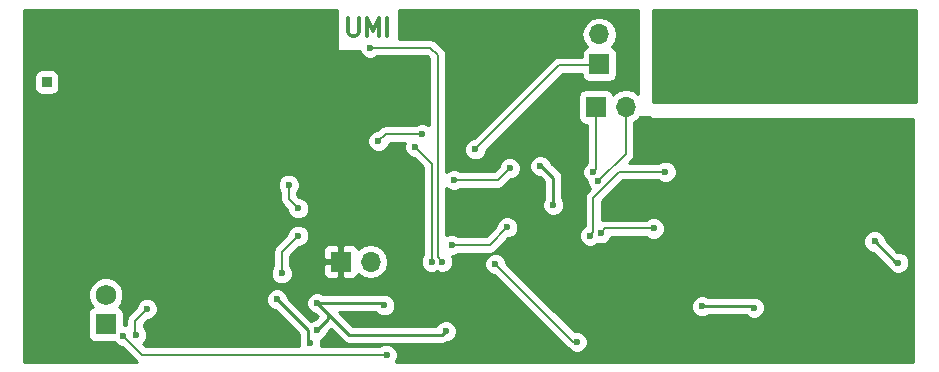
<source format=gbr>
G04 #@! TF.FileFunction,Copper,L2,Bot,Signal*
%FSLAX46Y46*%
G04 Gerber Fmt 4.6, Leading zero omitted, Abs format (unit mm)*
G04 Created by KiCad (PCBNEW 4.0.7) date 01/02/18 22:23:31*
%MOMM*%
%LPD*%
G01*
G04 APERTURE LIST*
%ADD10C,0.100000*%
%ADD11C,0.300000*%
%ADD12R,1.750000X1.750000*%
%ADD13C,1.750000*%
%ADD14R,1.700000X1.700000*%
%ADD15O,1.700000X1.700000*%
%ADD16R,0.850000X0.850000*%
%ADD17C,0.600000*%
%ADD18C,0.400000*%
%ADD19C,0.203200*%
%ADD20C,0.101600*%
%ADD21C,0.152400*%
%ADD22C,0.254000*%
G04 APERTURE END LIST*
D10*
D11*
X140142857Y-95778571D02*
X140142857Y-94278571D01*
X139428571Y-95778571D02*
X139428571Y-94278571D01*
X138928571Y-95350000D01*
X138428571Y-94278571D01*
X138428571Y-95778571D01*
X137714285Y-94278571D02*
X137714285Y-95492857D01*
X137642857Y-95635714D01*
X137571428Y-95707143D01*
X137428571Y-95778571D01*
X137142857Y-95778571D01*
X136999999Y-95707143D01*
X136928571Y-95635714D01*
X136857142Y-95492857D01*
X136857142Y-94278571D01*
D12*
X116300000Y-120200000D03*
D13*
X116300000Y-117700000D03*
D14*
X157800000Y-101800000D03*
D15*
X160340000Y-101800000D03*
D14*
X158100000Y-98200000D03*
D15*
X158100000Y-95660000D03*
D14*
X136200000Y-114900000D03*
D15*
X138740000Y-114900000D03*
D16*
X111300000Y-99700000D03*
D17*
X131200000Y-115900000D03*
X132600000Y-112700000D03*
X145600000Y-113500000D03*
X150300000Y-112000000D03*
D18*
X182500000Y-100000000D03*
X184000000Y-100000000D03*
X183250000Y-100000000D03*
X184250000Y-97250000D03*
X183250000Y-97250000D03*
X175500000Y-101250000D03*
X175500000Y-100250000D03*
X175500000Y-99250000D03*
X175500000Y-98250000D03*
X175500000Y-97500000D03*
X175500000Y-96750000D03*
X175500000Y-96000000D03*
X175500000Y-95250000D03*
X184000000Y-94000000D03*
X183000000Y-94000000D03*
X182000000Y-94000000D03*
X181000000Y-94000000D03*
X180000000Y-94000000D03*
X179000000Y-94000000D03*
X178000000Y-94000000D03*
X177000000Y-94000000D03*
X176000000Y-94000000D03*
X175000000Y-94000000D03*
X174000000Y-94000000D03*
X173000000Y-94000000D03*
X172000000Y-94000000D03*
X171000000Y-94000000D03*
X170000000Y-94000000D03*
X169000000Y-94000000D03*
X168000000Y-94000000D03*
X167000000Y-94000000D03*
X166000000Y-94000000D03*
X165000000Y-94000000D03*
X164000000Y-94000000D03*
D17*
X183400000Y-115000000D03*
X181400000Y-113200000D03*
X166800000Y-118700000D03*
X171200000Y-118800000D03*
X139900000Y-118600000D03*
X145100000Y-120800000D03*
X134200000Y-120700000D03*
X134200000Y-118400000D03*
X153100000Y-106800000D03*
X154200000Y-110100000D03*
X140100000Y-122800000D03*
X117800000Y-121200000D03*
X133600000Y-121800000D03*
X130800000Y-118100000D03*
D18*
X110500000Y-108400000D03*
X144500000Y-96100000D03*
D17*
X118700000Y-107800000D03*
X133500000Y-102600000D03*
X134100000Y-114500000D03*
X158700000Y-115200000D03*
X161100000Y-115800000D03*
X153200000Y-109700000D03*
X155600000Y-113300000D03*
X138400000Y-103100000D03*
X141600000Y-100900000D03*
X166400000Y-113300000D03*
X179800000Y-114100000D03*
X143100000Y-104100000D03*
X139400000Y-104700000D03*
X131800000Y-108400000D03*
X132600000Y-110400000D03*
X156200000Y-121700000D03*
X149300000Y-115100000D03*
X138700000Y-96800000D03*
X144800000Y-114900000D03*
X143900000Y-114900000D03*
X142500000Y-105200000D03*
X162700000Y-112100000D03*
X158200000Y-112500000D03*
X158000000Y-108100000D03*
X157600000Y-107300000D03*
X163700000Y-107300000D03*
X157300000Y-112700000D03*
X145800000Y-108000000D03*
X150500000Y-107000000D03*
X119800000Y-118900000D03*
X118900000Y-121100000D03*
X147600000Y-105400000D03*
D19*
X131200000Y-114100000D02*
X131200000Y-115900000D01*
X132600000Y-112700000D02*
X131200000Y-114100000D01*
X148800000Y-113500000D02*
X145600000Y-113500000D01*
X150300000Y-112000000D02*
X148800000Y-113500000D01*
D20*
X183250000Y-100000000D02*
X184000000Y-100000000D01*
X183250000Y-97250000D02*
X184250000Y-97250000D01*
X175500000Y-100250000D02*
X175500000Y-101250000D01*
X175500000Y-98250000D02*
X175500000Y-99250000D01*
X175500000Y-96750000D02*
X175500000Y-97500000D01*
X175500000Y-95250000D02*
X175500000Y-96000000D01*
X182000000Y-94000000D02*
X183000000Y-94000000D01*
X180000000Y-94000000D02*
X181000000Y-94000000D01*
X178000000Y-94000000D02*
X179000000Y-94000000D01*
X176000000Y-94000000D02*
X177000000Y-94000000D01*
X174000000Y-94000000D02*
X175000000Y-94000000D01*
X172000000Y-94000000D02*
X173000000Y-94000000D01*
X170000000Y-94000000D02*
X171000000Y-94000000D01*
X168000000Y-94000000D02*
X169000000Y-94000000D01*
X166000000Y-94000000D02*
X167000000Y-94000000D01*
X164000000Y-94000000D02*
X165000000Y-94000000D01*
D21*
X183200000Y-115000000D02*
X183400000Y-115000000D01*
D22*
X181400000Y-113200000D02*
X183200000Y-115000000D01*
X171100000Y-118700000D02*
X166800000Y-118700000D01*
X171200000Y-118800000D02*
X171100000Y-118700000D01*
X139700000Y-118400000D02*
X134200000Y-118400000D01*
X139900000Y-118600000D02*
X139700000Y-118400000D01*
X145100000Y-120800000D02*
X144800000Y-121100000D01*
X144800000Y-121100000D02*
X136900000Y-121100000D01*
X136900000Y-121100000D02*
X134200000Y-118400000D01*
D19*
X135100000Y-119300000D02*
X134200000Y-118400000D01*
D22*
X135100000Y-119800000D02*
X135100000Y-119300000D01*
X134200000Y-120700000D02*
X135100000Y-119800000D01*
D19*
X153200000Y-106800000D02*
X153100000Y-106800000D01*
D22*
X154200000Y-107800000D02*
X153200000Y-106800000D01*
X154200000Y-110100000D02*
X154200000Y-107800000D01*
D19*
X119400000Y-122800000D02*
X140100000Y-122800000D01*
X117800000Y-121200000D02*
X119400000Y-122800000D01*
X133400000Y-121600000D02*
X133600000Y-121800000D01*
D22*
X133400000Y-120700000D02*
X133400000Y-121600000D01*
X130800000Y-118100000D02*
X133400000Y-120700000D01*
X133500000Y-102600000D02*
X123800000Y-102600000D01*
X118700000Y-107700000D02*
X118700000Y-107800000D01*
X123800000Y-102600000D02*
X118700000Y-107700000D01*
X133500000Y-113900000D02*
X133500000Y-102600000D01*
X134100000Y-114500000D02*
X133500000Y-113900000D01*
D19*
X160500000Y-115200000D02*
X158700000Y-115200000D01*
X161100000Y-115800000D02*
X160500000Y-115200000D01*
X153200000Y-109700000D02*
X153200000Y-109700000D01*
D22*
X153200000Y-110900000D02*
X153200000Y-109700000D01*
X155600000Y-113300000D02*
X153200000Y-110900000D01*
D19*
X141600000Y-100900000D02*
X139400000Y-103100000D01*
X139400000Y-103100000D02*
X138400000Y-103100000D01*
X179000000Y-113300000D02*
X166400000Y-113300000D01*
X179800000Y-114100000D02*
X179000000Y-113300000D01*
X140000000Y-104100000D02*
X143100000Y-104100000D01*
X139400000Y-104700000D02*
X140000000Y-104100000D01*
X131800000Y-109600000D02*
X131800000Y-108400000D01*
X132600000Y-110400000D02*
X131800000Y-109600000D01*
X155900000Y-121700000D02*
X156200000Y-121700000D01*
X149300000Y-115100000D02*
X155900000Y-121700000D01*
X143800000Y-96800000D02*
X138700000Y-96800000D01*
X144400000Y-97400000D02*
X143800000Y-96800000D01*
X144400000Y-114500000D02*
X144400000Y-97400000D01*
X144800000Y-114900000D02*
X144400000Y-114500000D01*
X143900000Y-106600000D02*
X143900000Y-114900000D01*
X142500000Y-105200000D02*
X143900000Y-106600000D01*
X158600000Y-112100000D02*
X162700000Y-112100000D01*
D21*
X158200000Y-112500000D02*
X158600000Y-112100000D01*
D19*
X160340000Y-105760000D02*
X160340000Y-101800000D01*
X158000000Y-108100000D02*
X160340000Y-105760000D01*
X157800000Y-107100000D02*
X157800000Y-101800000D01*
X157600000Y-107300000D02*
X157800000Y-107100000D01*
X159800000Y-107300000D02*
X163700000Y-107300000D01*
X157600000Y-109500000D02*
X159800000Y-107300000D01*
X157600000Y-112400000D02*
X157600000Y-109500000D01*
D21*
X157300000Y-112700000D02*
X157600000Y-112400000D01*
D19*
X146224264Y-108000000D02*
X145800000Y-108000000D01*
X149500000Y-108000000D02*
X146224264Y-108000000D01*
X150500000Y-107000000D02*
X149500000Y-108000000D01*
X118800000Y-119900000D02*
X119800000Y-118900000D01*
X118800000Y-121000000D02*
X118800000Y-119900000D01*
X118900000Y-121100000D02*
X118800000Y-121000000D01*
X147600000Y-105400000D02*
X154700000Y-98300000D01*
X154700000Y-98300000D02*
X157900000Y-98300000D01*
D22*
G36*
X184873000Y-101373000D02*
X162627000Y-101373000D01*
X162627000Y-93627000D01*
X184873000Y-93627000D01*
X184873000Y-101373000D01*
X184873000Y-101373000D01*
G37*
X184873000Y-101373000D02*
X162627000Y-101373000D01*
X162627000Y-93627000D01*
X184873000Y-93627000D01*
X184873000Y-101373000D01*
G36*
X135865000Y-97085000D02*
X137806088Y-97085000D01*
X137906883Y-97328943D01*
X138169673Y-97592192D01*
X138513201Y-97734838D01*
X138885167Y-97735162D01*
X139228943Y-97593117D01*
X139285559Y-97536600D01*
X143494890Y-97536600D01*
X143663400Y-97705110D01*
X143663400Y-103340939D01*
X143630327Y-103307808D01*
X143286799Y-103165162D01*
X142914833Y-103164838D01*
X142571057Y-103306883D01*
X142514441Y-103363400D01*
X140000000Y-103363400D01*
X139718115Y-103419470D01*
X139479145Y-103579145D01*
X139293384Y-103764906D01*
X139214833Y-103764838D01*
X138871057Y-103906883D01*
X138607808Y-104169673D01*
X138465162Y-104513201D01*
X138464838Y-104885167D01*
X138606883Y-105228943D01*
X138869673Y-105492192D01*
X139213201Y-105634838D01*
X139585167Y-105635162D01*
X139928943Y-105493117D01*
X140192192Y-105230327D01*
X140334838Y-104886799D01*
X140334882Y-104836600D01*
X141638494Y-104836600D01*
X141565162Y-105013201D01*
X141564838Y-105385167D01*
X141706883Y-105728943D01*
X141969673Y-105992192D01*
X142313201Y-106134838D01*
X142393198Y-106134908D01*
X143163400Y-106905110D01*
X143163400Y-114314178D01*
X143107808Y-114369673D01*
X142965162Y-114713201D01*
X142964838Y-115085167D01*
X143106883Y-115428943D01*
X143369673Y-115692192D01*
X143713201Y-115834838D01*
X144085167Y-115835162D01*
X144350228Y-115725641D01*
X144613201Y-115834838D01*
X144985167Y-115835162D01*
X145328943Y-115693117D01*
X145592192Y-115430327D01*
X145734838Y-115086799D01*
X145735162Y-114714833D01*
X145619545Y-114435018D01*
X145785167Y-114435162D01*
X146128943Y-114293117D01*
X146185559Y-114236600D01*
X148800000Y-114236600D01*
X149072186Y-114182459D01*
X148771057Y-114306883D01*
X148507808Y-114569673D01*
X148365162Y-114913201D01*
X148364838Y-115285167D01*
X148506883Y-115628943D01*
X148769673Y-115892192D01*
X149113201Y-116034838D01*
X149193198Y-116034908D01*
X155379145Y-122220855D01*
X155438199Y-122260314D01*
X155669673Y-122492192D01*
X156013201Y-122634838D01*
X156385167Y-122635162D01*
X156728943Y-122493117D01*
X156992192Y-122230327D01*
X157134838Y-121886799D01*
X157135162Y-121514833D01*
X156993117Y-121171057D01*
X156730327Y-120907808D01*
X156386799Y-120765162D01*
X156014833Y-120764838D01*
X156008970Y-120767260D01*
X154126877Y-118885167D01*
X165864838Y-118885167D01*
X166006883Y-119228943D01*
X166269673Y-119492192D01*
X166613201Y-119634838D01*
X166985167Y-119635162D01*
X167328943Y-119493117D01*
X167360114Y-119462000D01*
X170539708Y-119462000D01*
X170669673Y-119592192D01*
X171013201Y-119734838D01*
X171385167Y-119735162D01*
X171728943Y-119593117D01*
X171992192Y-119330327D01*
X172134838Y-118986799D01*
X172135162Y-118614833D01*
X171993117Y-118271057D01*
X171730327Y-118007808D01*
X171386799Y-117865162D01*
X171014833Y-117864838D01*
X170837767Y-117938000D01*
X167360466Y-117938000D01*
X167330327Y-117907808D01*
X166986799Y-117765162D01*
X166614833Y-117764838D01*
X166271057Y-117906883D01*
X166007808Y-118169673D01*
X165865162Y-118513201D01*
X165864838Y-118885167D01*
X154126877Y-118885167D01*
X150235094Y-114993384D01*
X150235162Y-114914833D01*
X150093117Y-114571057D01*
X149830327Y-114307808D01*
X149486799Y-114165162D01*
X149114833Y-114164838D01*
X149090035Y-114175084D01*
X149320855Y-114020855D01*
X150406616Y-112935094D01*
X150485167Y-112935162D01*
X150828943Y-112793117D01*
X151092192Y-112530327D01*
X151234838Y-112186799D01*
X151235162Y-111814833D01*
X151093117Y-111471057D01*
X150830327Y-111207808D01*
X150486799Y-111065162D01*
X150114833Y-111064838D01*
X149771057Y-111206883D01*
X149507808Y-111469673D01*
X149365162Y-111813201D01*
X149365092Y-111893198D01*
X148494890Y-112763400D01*
X146185822Y-112763400D01*
X146130327Y-112707808D01*
X145786799Y-112565162D01*
X145414833Y-112564838D01*
X145136600Y-112679801D01*
X145136600Y-108658887D01*
X145269673Y-108792192D01*
X145613201Y-108934838D01*
X145985167Y-108935162D01*
X146328943Y-108793117D01*
X146385559Y-108736600D01*
X149500000Y-108736600D01*
X149781885Y-108680530D01*
X150020855Y-108520855D01*
X150606616Y-107935094D01*
X150685167Y-107935162D01*
X151028943Y-107793117D01*
X151292192Y-107530327D01*
X151434838Y-107186799D01*
X151435013Y-106985167D01*
X152164838Y-106985167D01*
X152306883Y-107328943D01*
X152569673Y-107592192D01*
X152913201Y-107734838D01*
X153057333Y-107734964D01*
X153438000Y-108115631D01*
X153438000Y-109539534D01*
X153407808Y-109569673D01*
X153265162Y-109913201D01*
X153264838Y-110285167D01*
X153406883Y-110628943D01*
X153669673Y-110892192D01*
X154013201Y-111034838D01*
X154385167Y-111035162D01*
X154728943Y-110893117D01*
X154992192Y-110630327D01*
X155134838Y-110286799D01*
X155135162Y-109914833D01*
X154993117Y-109571057D01*
X154962000Y-109539886D01*
X154962000Y-107800000D01*
X154949103Y-107735162D01*
X154903997Y-107508396D01*
X154738816Y-107261185D01*
X153994814Y-106517184D01*
X153893117Y-106271057D01*
X153630327Y-106007808D01*
X153286799Y-105865162D01*
X152914833Y-105864838D01*
X152571057Y-106006883D01*
X152307808Y-106269673D01*
X152165162Y-106613201D01*
X152164838Y-106985167D01*
X151435013Y-106985167D01*
X151435162Y-106814833D01*
X151293117Y-106471057D01*
X151030327Y-106207808D01*
X150686799Y-106065162D01*
X150314833Y-106064838D01*
X149971057Y-106206883D01*
X149707808Y-106469673D01*
X149565162Y-106813201D01*
X149565092Y-106893198D01*
X149194890Y-107263400D01*
X146385822Y-107263400D01*
X146330327Y-107207808D01*
X145986799Y-107065162D01*
X145614833Y-107064838D01*
X145271057Y-107206883D01*
X145136600Y-107341106D01*
X145136600Y-105585167D01*
X146664838Y-105585167D01*
X146806883Y-105928943D01*
X147069673Y-106192192D01*
X147413201Y-106334838D01*
X147785167Y-106335162D01*
X148128943Y-106193117D01*
X148392192Y-105930327D01*
X148534838Y-105586799D01*
X148534908Y-105506802D01*
X155005110Y-99036600D01*
X156602560Y-99036600D01*
X156602560Y-99050000D01*
X156646838Y-99285317D01*
X156785910Y-99501441D01*
X156998110Y-99646431D01*
X157250000Y-99697440D01*
X158950000Y-99697440D01*
X159185317Y-99653162D01*
X159401441Y-99514090D01*
X159546431Y-99301890D01*
X159597440Y-99050000D01*
X159597440Y-97350000D01*
X159553162Y-97114683D01*
X159414090Y-96898559D01*
X159201890Y-96753569D01*
X159134459Y-96739914D01*
X159179147Y-96710054D01*
X159501054Y-96228285D01*
X159614093Y-95660000D01*
X159501054Y-95091715D01*
X159179147Y-94609946D01*
X158697378Y-94288039D01*
X158129093Y-94175000D01*
X158070907Y-94175000D01*
X157502622Y-94288039D01*
X157020853Y-94609946D01*
X156698946Y-95091715D01*
X156585907Y-95660000D01*
X156698946Y-96228285D01*
X157020853Y-96710054D01*
X157062452Y-96737850D01*
X157014683Y-96746838D01*
X156798559Y-96885910D01*
X156653569Y-97098110D01*
X156602560Y-97350000D01*
X156602560Y-97563400D01*
X154700000Y-97563400D01*
X154418115Y-97619470D01*
X154179145Y-97779145D01*
X147493384Y-104464906D01*
X147414833Y-104464838D01*
X147071057Y-104606883D01*
X146807808Y-104869673D01*
X146665162Y-105213201D01*
X146664838Y-105585167D01*
X145136600Y-105585167D01*
X145136600Y-97400000D01*
X145080530Y-97118115D01*
X144920855Y-96879145D01*
X144320855Y-96279145D01*
X144081885Y-96119470D01*
X143800000Y-96063400D01*
X141135001Y-96063400D01*
X141135001Y-93627000D01*
X161373000Y-93627000D01*
X161373000Y-100709458D01*
X160908285Y-100398946D01*
X160340000Y-100285907D01*
X159771715Y-100398946D01*
X159289946Y-100720853D01*
X159262150Y-100762452D01*
X159253162Y-100714683D01*
X159114090Y-100498559D01*
X158901890Y-100353569D01*
X158650000Y-100302560D01*
X156950000Y-100302560D01*
X156714683Y-100346838D01*
X156498559Y-100485910D01*
X156353569Y-100698110D01*
X156302560Y-100950000D01*
X156302560Y-102650000D01*
X156346838Y-102885317D01*
X156485910Y-103101441D01*
X156698110Y-103246431D01*
X156950000Y-103297440D01*
X157063400Y-103297440D01*
X157063400Y-106514527D01*
X156807808Y-106769673D01*
X156665162Y-107113201D01*
X156664838Y-107485167D01*
X156806883Y-107828943D01*
X157065010Y-108087521D01*
X157064838Y-108285167D01*
X157206883Y-108628943D01*
X157318018Y-108740272D01*
X157079145Y-108979145D01*
X156919470Y-109218115D01*
X156863400Y-109500000D01*
X156863400Y-111868728D01*
X156771057Y-111906883D01*
X156507808Y-112169673D01*
X156365162Y-112513201D01*
X156364838Y-112885167D01*
X156506883Y-113228943D01*
X156769673Y-113492192D01*
X157113201Y-113634838D01*
X157485167Y-113635162D01*
X157828943Y-113493117D01*
X157924302Y-113397924D01*
X158013201Y-113434838D01*
X158385167Y-113435162D01*
X158506164Y-113385167D01*
X180464838Y-113385167D01*
X180606883Y-113728943D01*
X180869673Y-113992192D01*
X181213201Y-114134838D01*
X181257246Y-114134876D01*
X182575599Y-115453230D01*
X182606883Y-115528943D01*
X182869673Y-115792192D01*
X183213201Y-115934838D01*
X183585167Y-115935162D01*
X183928943Y-115793117D01*
X184192192Y-115530327D01*
X184334838Y-115186799D01*
X184335162Y-114814833D01*
X184193117Y-114471057D01*
X183930327Y-114207808D01*
X183586799Y-114065162D01*
X183342580Y-114064949D01*
X182335125Y-113057495D01*
X182335162Y-113014833D01*
X182193117Y-112671057D01*
X181930327Y-112407808D01*
X181586799Y-112265162D01*
X181214833Y-112264838D01*
X180871057Y-112406883D01*
X180607808Y-112669673D01*
X180465162Y-113013201D01*
X180464838Y-113385167D01*
X158506164Y-113385167D01*
X158728943Y-113293117D01*
X158992192Y-113030327D01*
X159072635Y-112836600D01*
X162114178Y-112836600D01*
X162169673Y-112892192D01*
X162513201Y-113034838D01*
X162885167Y-113035162D01*
X163228943Y-112893117D01*
X163492192Y-112630327D01*
X163634838Y-112286799D01*
X163635162Y-111914833D01*
X163493117Y-111571057D01*
X163230327Y-111307808D01*
X162886799Y-111165162D01*
X162514833Y-111164838D01*
X162171057Y-111306883D01*
X162114441Y-111363400D01*
X158600000Y-111363400D01*
X158336600Y-111415793D01*
X158336600Y-109805110D01*
X160105110Y-108036600D01*
X163114178Y-108036600D01*
X163169673Y-108092192D01*
X163513201Y-108234838D01*
X163885167Y-108235162D01*
X164228943Y-108093117D01*
X164492192Y-107830327D01*
X164634838Y-107486799D01*
X164635162Y-107114833D01*
X164493117Y-106771057D01*
X164230327Y-106507808D01*
X163886799Y-106365162D01*
X163514833Y-106364838D01*
X163171057Y-106506883D01*
X163114441Y-106563400D01*
X160578310Y-106563400D01*
X160860855Y-106280855D01*
X160873998Y-106261185D01*
X161020530Y-106041885D01*
X161076600Y-105760000D01*
X161076600Y-103088590D01*
X161390054Y-102879147D01*
X161558533Y-102627000D01*
X162373000Y-102627000D01*
X162373000Y-102700000D01*
X162383006Y-102749410D01*
X162411447Y-102791035D01*
X162453841Y-102818315D01*
X162500000Y-102827000D01*
X184673000Y-102827000D01*
X184673000Y-123373000D01*
X140849444Y-123373000D01*
X140892192Y-123330327D01*
X141034838Y-122986799D01*
X141035162Y-122614833D01*
X140893117Y-122271057D01*
X140630327Y-122007808D01*
X140286799Y-121865162D01*
X139914833Y-121864838D01*
X139571057Y-122006883D01*
X139514441Y-122063400D01*
X134503030Y-122063400D01*
X134534838Y-121986799D01*
X134535162Y-121614833D01*
X134520463Y-121579259D01*
X134728943Y-121493117D01*
X134992192Y-121230327D01*
X135134838Y-120886799D01*
X135134876Y-120842754D01*
X135350000Y-120627631D01*
X136361185Y-121638816D01*
X136498142Y-121730327D01*
X136608395Y-121803996D01*
X136900000Y-121862000D01*
X144800000Y-121862000D01*
X145091605Y-121803996D01*
X145194740Y-121735083D01*
X145285167Y-121735162D01*
X145628943Y-121593117D01*
X145892192Y-121330327D01*
X146034838Y-120986799D01*
X146035162Y-120614833D01*
X145893117Y-120271057D01*
X145630327Y-120007808D01*
X145286799Y-119865162D01*
X144914833Y-119864838D01*
X144571057Y-120006883D01*
X144307808Y-120269673D01*
X144279436Y-120338000D01*
X137215631Y-120338000D01*
X136039630Y-119162000D01*
X139139882Y-119162000D01*
X139369673Y-119392192D01*
X139713201Y-119534838D01*
X140085167Y-119535162D01*
X140428943Y-119393117D01*
X140692192Y-119130327D01*
X140834838Y-118786799D01*
X140835162Y-118414833D01*
X140693117Y-118071057D01*
X140430327Y-117807808D01*
X140086799Y-117665162D01*
X139835452Y-117664943D01*
X139700000Y-117638000D01*
X134760466Y-117638000D01*
X134730327Y-117607808D01*
X134386799Y-117465162D01*
X134014833Y-117464838D01*
X133671057Y-117606883D01*
X133407808Y-117869673D01*
X133265162Y-118213201D01*
X133264838Y-118585167D01*
X133406883Y-118928943D01*
X133669673Y-119192192D01*
X134013201Y-119334838D01*
X134057246Y-119334876D01*
X134272370Y-119550000D01*
X134057494Y-119764875D01*
X134014833Y-119764838D01*
X133680579Y-119902948D01*
X131735125Y-117957495D01*
X131735162Y-117914833D01*
X131593117Y-117571057D01*
X131330327Y-117307808D01*
X130986799Y-117165162D01*
X130614833Y-117164838D01*
X130271057Y-117306883D01*
X130007808Y-117569673D01*
X129865162Y-117913201D01*
X129864838Y-118285167D01*
X130006883Y-118628943D01*
X130269673Y-118892192D01*
X130613201Y-119034838D01*
X130657246Y-119034876D01*
X132638000Y-121015631D01*
X132638000Y-121600000D01*
X132665055Y-121736014D01*
X132664838Y-121985167D01*
X132697163Y-122063400D01*
X119705110Y-122063400D01*
X119481931Y-121840221D01*
X119692192Y-121630327D01*
X119834838Y-121286799D01*
X119835162Y-120914833D01*
X119693117Y-120571057D01*
X119536600Y-120414267D01*
X119536600Y-120205110D01*
X119906616Y-119835094D01*
X119985167Y-119835162D01*
X120328943Y-119693117D01*
X120592192Y-119430327D01*
X120734838Y-119086799D01*
X120735162Y-118714833D01*
X120593117Y-118371057D01*
X120330327Y-118107808D01*
X119986799Y-117965162D01*
X119614833Y-117964838D01*
X119271057Y-118106883D01*
X119007808Y-118369673D01*
X118865162Y-118713201D01*
X118865092Y-118793198D01*
X118279145Y-119379145D01*
X118119470Y-119618115D01*
X118063400Y-119900000D01*
X118063400Y-120296970D01*
X117986799Y-120265162D01*
X117822440Y-120265019D01*
X117822440Y-119325000D01*
X117778162Y-119089683D01*
X117639090Y-118873559D01*
X117426890Y-118728569D01*
X117410324Y-118725214D01*
X117579370Y-118556463D01*
X117809738Y-118001675D01*
X117810262Y-117400960D01*
X117580862Y-116845771D01*
X117156463Y-116420630D01*
X116601675Y-116190262D01*
X116000960Y-116189738D01*
X115445771Y-116419138D01*
X115020630Y-116843537D01*
X114790262Y-117398325D01*
X114789738Y-117999040D01*
X115019138Y-118554229D01*
X115187717Y-118723103D01*
X114973559Y-118860910D01*
X114828569Y-119073110D01*
X114777560Y-119325000D01*
X114777560Y-121075000D01*
X114821838Y-121310317D01*
X114960910Y-121526441D01*
X115173110Y-121671431D01*
X115425000Y-121722440D01*
X117004196Y-121722440D01*
X117006883Y-121728943D01*
X117269673Y-121992192D01*
X117613201Y-122134838D01*
X117693198Y-122134908D01*
X118879145Y-123320855D01*
X118957185Y-123373000D01*
X109377000Y-123373000D01*
X109377000Y-116085167D01*
X130264838Y-116085167D01*
X130406883Y-116428943D01*
X130669673Y-116692192D01*
X131013201Y-116834838D01*
X131385167Y-116835162D01*
X131728943Y-116693117D01*
X131992192Y-116430327D01*
X132134838Y-116086799D01*
X132135162Y-115714833D01*
X131993117Y-115371057D01*
X131936600Y-115314441D01*
X131936600Y-115185750D01*
X134715000Y-115185750D01*
X134715000Y-115876309D01*
X134811673Y-116109698D01*
X134990301Y-116288327D01*
X135223690Y-116385000D01*
X135914250Y-116385000D01*
X136073000Y-116226250D01*
X136073000Y-115027000D01*
X134873750Y-115027000D01*
X134715000Y-115185750D01*
X131936600Y-115185750D01*
X131936600Y-114405110D01*
X132418019Y-113923691D01*
X134715000Y-113923691D01*
X134715000Y-114614250D01*
X134873750Y-114773000D01*
X136073000Y-114773000D01*
X136073000Y-113573750D01*
X136327000Y-113573750D01*
X136327000Y-114773000D01*
X136347000Y-114773000D01*
X136347000Y-115027000D01*
X136327000Y-115027000D01*
X136327000Y-116226250D01*
X136485750Y-116385000D01*
X137176310Y-116385000D01*
X137409699Y-116288327D01*
X137588327Y-116109698D01*
X137660597Y-115935223D01*
X137689946Y-115979147D01*
X138171715Y-116301054D01*
X138740000Y-116414093D01*
X139308285Y-116301054D01*
X139790054Y-115979147D01*
X140111961Y-115497378D01*
X140225000Y-114929093D01*
X140225000Y-114870907D01*
X140111961Y-114302622D01*
X139790054Y-113820853D01*
X139308285Y-113498946D01*
X138740000Y-113385907D01*
X138171715Y-113498946D01*
X137689946Y-113820853D01*
X137660597Y-113864777D01*
X137588327Y-113690302D01*
X137409699Y-113511673D01*
X137176310Y-113415000D01*
X136485750Y-113415000D01*
X136327000Y-113573750D01*
X136073000Y-113573750D01*
X135914250Y-113415000D01*
X135223690Y-113415000D01*
X134990301Y-113511673D01*
X134811673Y-113690302D01*
X134715000Y-113923691D01*
X132418019Y-113923691D01*
X132706616Y-113635094D01*
X132785167Y-113635162D01*
X133128943Y-113493117D01*
X133392192Y-113230327D01*
X133534838Y-112886799D01*
X133535162Y-112514833D01*
X133393117Y-112171057D01*
X133130327Y-111907808D01*
X132786799Y-111765162D01*
X132414833Y-111764838D01*
X132071057Y-111906883D01*
X131807808Y-112169673D01*
X131665162Y-112513201D01*
X131665092Y-112593198D01*
X130679145Y-113579145D01*
X130519470Y-113818115D01*
X130463400Y-114100000D01*
X130463400Y-115314178D01*
X130407808Y-115369673D01*
X130265162Y-115713201D01*
X130264838Y-116085167D01*
X109377000Y-116085167D01*
X109377000Y-108585167D01*
X130864838Y-108585167D01*
X131006883Y-108928943D01*
X131063400Y-108985559D01*
X131063400Y-109600000D01*
X131119470Y-109881885D01*
X131279145Y-110120855D01*
X131664906Y-110506616D01*
X131664838Y-110585167D01*
X131806883Y-110928943D01*
X132069673Y-111192192D01*
X132413201Y-111334838D01*
X132785167Y-111335162D01*
X133128943Y-111193117D01*
X133392192Y-110930327D01*
X133534838Y-110586799D01*
X133535162Y-110214833D01*
X133393117Y-109871057D01*
X133130327Y-109607808D01*
X132786799Y-109465162D01*
X132706802Y-109465092D01*
X132536600Y-109294890D01*
X132536600Y-108985822D01*
X132592192Y-108930327D01*
X132734838Y-108586799D01*
X132735162Y-108214833D01*
X132593117Y-107871057D01*
X132330327Y-107607808D01*
X131986799Y-107465162D01*
X131614833Y-107464838D01*
X131271057Y-107606883D01*
X131007808Y-107869673D01*
X130865162Y-108213201D01*
X130864838Y-108585167D01*
X109377000Y-108585167D01*
X109377000Y-99275000D01*
X110227560Y-99275000D01*
X110227560Y-100125000D01*
X110271838Y-100360317D01*
X110410910Y-100576441D01*
X110623110Y-100721431D01*
X110875000Y-100772440D01*
X111725000Y-100772440D01*
X111960317Y-100728162D01*
X112176441Y-100589090D01*
X112321431Y-100376890D01*
X112372440Y-100125000D01*
X112372440Y-99275000D01*
X112328162Y-99039683D01*
X112189090Y-98823559D01*
X111976890Y-98678569D01*
X111725000Y-98627560D01*
X110875000Y-98627560D01*
X110639683Y-98671838D01*
X110423559Y-98810910D01*
X110278569Y-99023110D01*
X110227560Y-99275000D01*
X109377000Y-99275000D01*
X109377000Y-93627000D01*
X135865000Y-93627000D01*
X135865000Y-97085000D01*
X135865000Y-97085000D01*
G37*
X135865000Y-97085000D02*
X137806088Y-97085000D01*
X137906883Y-97328943D01*
X138169673Y-97592192D01*
X138513201Y-97734838D01*
X138885167Y-97735162D01*
X139228943Y-97593117D01*
X139285559Y-97536600D01*
X143494890Y-97536600D01*
X143663400Y-97705110D01*
X143663400Y-103340939D01*
X143630327Y-103307808D01*
X143286799Y-103165162D01*
X142914833Y-103164838D01*
X142571057Y-103306883D01*
X142514441Y-103363400D01*
X140000000Y-103363400D01*
X139718115Y-103419470D01*
X139479145Y-103579145D01*
X139293384Y-103764906D01*
X139214833Y-103764838D01*
X138871057Y-103906883D01*
X138607808Y-104169673D01*
X138465162Y-104513201D01*
X138464838Y-104885167D01*
X138606883Y-105228943D01*
X138869673Y-105492192D01*
X139213201Y-105634838D01*
X139585167Y-105635162D01*
X139928943Y-105493117D01*
X140192192Y-105230327D01*
X140334838Y-104886799D01*
X140334882Y-104836600D01*
X141638494Y-104836600D01*
X141565162Y-105013201D01*
X141564838Y-105385167D01*
X141706883Y-105728943D01*
X141969673Y-105992192D01*
X142313201Y-106134838D01*
X142393198Y-106134908D01*
X143163400Y-106905110D01*
X143163400Y-114314178D01*
X143107808Y-114369673D01*
X142965162Y-114713201D01*
X142964838Y-115085167D01*
X143106883Y-115428943D01*
X143369673Y-115692192D01*
X143713201Y-115834838D01*
X144085167Y-115835162D01*
X144350228Y-115725641D01*
X144613201Y-115834838D01*
X144985167Y-115835162D01*
X145328943Y-115693117D01*
X145592192Y-115430327D01*
X145734838Y-115086799D01*
X145735162Y-114714833D01*
X145619545Y-114435018D01*
X145785167Y-114435162D01*
X146128943Y-114293117D01*
X146185559Y-114236600D01*
X148800000Y-114236600D01*
X149072186Y-114182459D01*
X148771057Y-114306883D01*
X148507808Y-114569673D01*
X148365162Y-114913201D01*
X148364838Y-115285167D01*
X148506883Y-115628943D01*
X148769673Y-115892192D01*
X149113201Y-116034838D01*
X149193198Y-116034908D01*
X155379145Y-122220855D01*
X155438199Y-122260314D01*
X155669673Y-122492192D01*
X156013201Y-122634838D01*
X156385167Y-122635162D01*
X156728943Y-122493117D01*
X156992192Y-122230327D01*
X157134838Y-121886799D01*
X157135162Y-121514833D01*
X156993117Y-121171057D01*
X156730327Y-120907808D01*
X156386799Y-120765162D01*
X156014833Y-120764838D01*
X156008970Y-120767260D01*
X154126877Y-118885167D01*
X165864838Y-118885167D01*
X166006883Y-119228943D01*
X166269673Y-119492192D01*
X166613201Y-119634838D01*
X166985167Y-119635162D01*
X167328943Y-119493117D01*
X167360114Y-119462000D01*
X170539708Y-119462000D01*
X170669673Y-119592192D01*
X171013201Y-119734838D01*
X171385167Y-119735162D01*
X171728943Y-119593117D01*
X171992192Y-119330327D01*
X172134838Y-118986799D01*
X172135162Y-118614833D01*
X171993117Y-118271057D01*
X171730327Y-118007808D01*
X171386799Y-117865162D01*
X171014833Y-117864838D01*
X170837767Y-117938000D01*
X167360466Y-117938000D01*
X167330327Y-117907808D01*
X166986799Y-117765162D01*
X166614833Y-117764838D01*
X166271057Y-117906883D01*
X166007808Y-118169673D01*
X165865162Y-118513201D01*
X165864838Y-118885167D01*
X154126877Y-118885167D01*
X150235094Y-114993384D01*
X150235162Y-114914833D01*
X150093117Y-114571057D01*
X149830327Y-114307808D01*
X149486799Y-114165162D01*
X149114833Y-114164838D01*
X149090035Y-114175084D01*
X149320855Y-114020855D01*
X150406616Y-112935094D01*
X150485167Y-112935162D01*
X150828943Y-112793117D01*
X151092192Y-112530327D01*
X151234838Y-112186799D01*
X151235162Y-111814833D01*
X151093117Y-111471057D01*
X150830327Y-111207808D01*
X150486799Y-111065162D01*
X150114833Y-111064838D01*
X149771057Y-111206883D01*
X149507808Y-111469673D01*
X149365162Y-111813201D01*
X149365092Y-111893198D01*
X148494890Y-112763400D01*
X146185822Y-112763400D01*
X146130327Y-112707808D01*
X145786799Y-112565162D01*
X145414833Y-112564838D01*
X145136600Y-112679801D01*
X145136600Y-108658887D01*
X145269673Y-108792192D01*
X145613201Y-108934838D01*
X145985167Y-108935162D01*
X146328943Y-108793117D01*
X146385559Y-108736600D01*
X149500000Y-108736600D01*
X149781885Y-108680530D01*
X150020855Y-108520855D01*
X150606616Y-107935094D01*
X150685167Y-107935162D01*
X151028943Y-107793117D01*
X151292192Y-107530327D01*
X151434838Y-107186799D01*
X151435013Y-106985167D01*
X152164838Y-106985167D01*
X152306883Y-107328943D01*
X152569673Y-107592192D01*
X152913201Y-107734838D01*
X153057333Y-107734964D01*
X153438000Y-108115631D01*
X153438000Y-109539534D01*
X153407808Y-109569673D01*
X153265162Y-109913201D01*
X153264838Y-110285167D01*
X153406883Y-110628943D01*
X153669673Y-110892192D01*
X154013201Y-111034838D01*
X154385167Y-111035162D01*
X154728943Y-110893117D01*
X154992192Y-110630327D01*
X155134838Y-110286799D01*
X155135162Y-109914833D01*
X154993117Y-109571057D01*
X154962000Y-109539886D01*
X154962000Y-107800000D01*
X154949103Y-107735162D01*
X154903997Y-107508396D01*
X154738816Y-107261185D01*
X153994814Y-106517184D01*
X153893117Y-106271057D01*
X153630327Y-106007808D01*
X153286799Y-105865162D01*
X152914833Y-105864838D01*
X152571057Y-106006883D01*
X152307808Y-106269673D01*
X152165162Y-106613201D01*
X152164838Y-106985167D01*
X151435013Y-106985167D01*
X151435162Y-106814833D01*
X151293117Y-106471057D01*
X151030327Y-106207808D01*
X150686799Y-106065162D01*
X150314833Y-106064838D01*
X149971057Y-106206883D01*
X149707808Y-106469673D01*
X149565162Y-106813201D01*
X149565092Y-106893198D01*
X149194890Y-107263400D01*
X146385822Y-107263400D01*
X146330327Y-107207808D01*
X145986799Y-107065162D01*
X145614833Y-107064838D01*
X145271057Y-107206883D01*
X145136600Y-107341106D01*
X145136600Y-105585167D01*
X146664838Y-105585167D01*
X146806883Y-105928943D01*
X147069673Y-106192192D01*
X147413201Y-106334838D01*
X147785167Y-106335162D01*
X148128943Y-106193117D01*
X148392192Y-105930327D01*
X148534838Y-105586799D01*
X148534908Y-105506802D01*
X155005110Y-99036600D01*
X156602560Y-99036600D01*
X156602560Y-99050000D01*
X156646838Y-99285317D01*
X156785910Y-99501441D01*
X156998110Y-99646431D01*
X157250000Y-99697440D01*
X158950000Y-99697440D01*
X159185317Y-99653162D01*
X159401441Y-99514090D01*
X159546431Y-99301890D01*
X159597440Y-99050000D01*
X159597440Y-97350000D01*
X159553162Y-97114683D01*
X159414090Y-96898559D01*
X159201890Y-96753569D01*
X159134459Y-96739914D01*
X159179147Y-96710054D01*
X159501054Y-96228285D01*
X159614093Y-95660000D01*
X159501054Y-95091715D01*
X159179147Y-94609946D01*
X158697378Y-94288039D01*
X158129093Y-94175000D01*
X158070907Y-94175000D01*
X157502622Y-94288039D01*
X157020853Y-94609946D01*
X156698946Y-95091715D01*
X156585907Y-95660000D01*
X156698946Y-96228285D01*
X157020853Y-96710054D01*
X157062452Y-96737850D01*
X157014683Y-96746838D01*
X156798559Y-96885910D01*
X156653569Y-97098110D01*
X156602560Y-97350000D01*
X156602560Y-97563400D01*
X154700000Y-97563400D01*
X154418115Y-97619470D01*
X154179145Y-97779145D01*
X147493384Y-104464906D01*
X147414833Y-104464838D01*
X147071057Y-104606883D01*
X146807808Y-104869673D01*
X146665162Y-105213201D01*
X146664838Y-105585167D01*
X145136600Y-105585167D01*
X145136600Y-97400000D01*
X145080530Y-97118115D01*
X144920855Y-96879145D01*
X144320855Y-96279145D01*
X144081885Y-96119470D01*
X143800000Y-96063400D01*
X141135001Y-96063400D01*
X141135001Y-93627000D01*
X161373000Y-93627000D01*
X161373000Y-100709458D01*
X160908285Y-100398946D01*
X160340000Y-100285907D01*
X159771715Y-100398946D01*
X159289946Y-100720853D01*
X159262150Y-100762452D01*
X159253162Y-100714683D01*
X159114090Y-100498559D01*
X158901890Y-100353569D01*
X158650000Y-100302560D01*
X156950000Y-100302560D01*
X156714683Y-100346838D01*
X156498559Y-100485910D01*
X156353569Y-100698110D01*
X156302560Y-100950000D01*
X156302560Y-102650000D01*
X156346838Y-102885317D01*
X156485910Y-103101441D01*
X156698110Y-103246431D01*
X156950000Y-103297440D01*
X157063400Y-103297440D01*
X157063400Y-106514527D01*
X156807808Y-106769673D01*
X156665162Y-107113201D01*
X156664838Y-107485167D01*
X156806883Y-107828943D01*
X157065010Y-108087521D01*
X157064838Y-108285167D01*
X157206883Y-108628943D01*
X157318018Y-108740272D01*
X157079145Y-108979145D01*
X156919470Y-109218115D01*
X156863400Y-109500000D01*
X156863400Y-111868728D01*
X156771057Y-111906883D01*
X156507808Y-112169673D01*
X156365162Y-112513201D01*
X156364838Y-112885167D01*
X156506883Y-113228943D01*
X156769673Y-113492192D01*
X157113201Y-113634838D01*
X157485167Y-113635162D01*
X157828943Y-113493117D01*
X157924302Y-113397924D01*
X158013201Y-113434838D01*
X158385167Y-113435162D01*
X158506164Y-113385167D01*
X180464838Y-113385167D01*
X180606883Y-113728943D01*
X180869673Y-113992192D01*
X181213201Y-114134838D01*
X181257246Y-114134876D01*
X182575599Y-115453230D01*
X182606883Y-115528943D01*
X182869673Y-115792192D01*
X183213201Y-115934838D01*
X183585167Y-115935162D01*
X183928943Y-115793117D01*
X184192192Y-115530327D01*
X184334838Y-115186799D01*
X184335162Y-114814833D01*
X184193117Y-114471057D01*
X183930327Y-114207808D01*
X183586799Y-114065162D01*
X183342580Y-114064949D01*
X182335125Y-113057495D01*
X182335162Y-113014833D01*
X182193117Y-112671057D01*
X181930327Y-112407808D01*
X181586799Y-112265162D01*
X181214833Y-112264838D01*
X180871057Y-112406883D01*
X180607808Y-112669673D01*
X180465162Y-113013201D01*
X180464838Y-113385167D01*
X158506164Y-113385167D01*
X158728943Y-113293117D01*
X158992192Y-113030327D01*
X159072635Y-112836600D01*
X162114178Y-112836600D01*
X162169673Y-112892192D01*
X162513201Y-113034838D01*
X162885167Y-113035162D01*
X163228943Y-112893117D01*
X163492192Y-112630327D01*
X163634838Y-112286799D01*
X163635162Y-111914833D01*
X163493117Y-111571057D01*
X163230327Y-111307808D01*
X162886799Y-111165162D01*
X162514833Y-111164838D01*
X162171057Y-111306883D01*
X162114441Y-111363400D01*
X158600000Y-111363400D01*
X158336600Y-111415793D01*
X158336600Y-109805110D01*
X160105110Y-108036600D01*
X163114178Y-108036600D01*
X163169673Y-108092192D01*
X163513201Y-108234838D01*
X163885167Y-108235162D01*
X164228943Y-108093117D01*
X164492192Y-107830327D01*
X164634838Y-107486799D01*
X164635162Y-107114833D01*
X164493117Y-106771057D01*
X164230327Y-106507808D01*
X163886799Y-106365162D01*
X163514833Y-106364838D01*
X163171057Y-106506883D01*
X163114441Y-106563400D01*
X160578310Y-106563400D01*
X160860855Y-106280855D01*
X160873998Y-106261185D01*
X161020530Y-106041885D01*
X161076600Y-105760000D01*
X161076600Y-103088590D01*
X161390054Y-102879147D01*
X161558533Y-102627000D01*
X162373000Y-102627000D01*
X162373000Y-102700000D01*
X162383006Y-102749410D01*
X162411447Y-102791035D01*
X162453841Y-102818315D01*
X162500000Y-102827000D01*
X184673000Y-102827000D01*
X184673000Y-123373000D01*
X140849444Y-123373000D01*
X140892192Y-123330327D01*
X141034838Y-122986799D01*
X141035162Y-122614833D01*
X140893117Y-122271057D01*
X140630327Y-122007808D01*
X140286799Y-121865162D01*
X139914833Y-121864838D01*
X139571057Y-122006883D01*
X139514441Y-122063400D01*
X134503030Y-122063400D01*
X134534838Y-121986799D01*
X134535162Y-121614833D01*
X134520463Y-121579259D01*
X134728943Y-121493117D01*
X134992192Y-121230327D01*
X135134838Y-120886799D01*
X135134876Y-120842754D01*
X135350000Y-120627631D01*
X136361185Y-121638816D01*
X136498142Y-121730327D01*
X136608395Y-121803996D01*
X136900000Y-121862000D01*
X144800000Y-121862000D01*
X145091605Y-121803996D01*
X145194740Y-121735083D01*
X145285167Y-121735162D01*
X145628943Y-121593117D01*
X145892192Y-121330327D01*
X146034838Y-120986799D01*
X146035162Y-120614833D01*
X145893117Y-120271057D01*
X145630327Y-120007808D01*
X145286799Y-119865162D01*
X144914833Y-119864838D01*
X144571057Y-120006883D01*
X144307808Y-120269673D01*
X144279436Y-120338000D01*
X137215631Y-120338000D01*
X136039630Y-119162000D01*
X139139882Y-119162000D01*
X139369673Y-119392192D01*
X139713201Y-119534838D01*
X140085167Y-119535162D01*
X140428943Y-119393117D01*
X140692192Y-119130327D01*
X140834838Y-118786799D01*
X140835162Y-118414833D01*
X140693117Y-118071057D01*
X140430327Y-117807808D01*
X140086799Y-117665162D01*
X139835452Y-117664943D01*
X139700000Y-117638000D01*
X134760466Y-117638000D01*
X134730327Y-117607808D01*
X134386799Y-117465162D01*
X134014833Y-117464838D01*
X133671057Y-117606883D01*
X133407808Y-117869673D01*
X133265162Y-118213201D01*
X133264838Y-118585167D01*
X133406883Y-118928943D01*
X133669673Y-119192192D01*
X134013201Y-119334838D01*
X134057246Y-119334876D01*
X134272370Y-119550000D01*
X134057494Y-119764875D01*
X134014833Y-119764838D01*
X133680579Y-119902948D01*
X131735125Y-117957495D01*
X131735162Y-117914833D01*
X131593117Y-117571057D01*
X131330327Y-117307808D01*
X130986799Y-117165162D01*
X130614833Y-117164838D01*
X130271057Y-117306883D01*
X130007808Y-117569673D01*
X129865162Y-117913201D01*
X129864838Y-118285167D01*
X130006883Y-118628943D01*
X130269673Y-118892192D01*
X130613201Y-119034838D01*
X130657246Y-119034876D01*
X132638000Y-121015631D01*
X132638000Y-121600000D01*
X132665055Y-121736014D01*
X132664838Y-121985167D01*
X132697163Y-122063400D01*
X119705110Y-122063400D01*
X119481931Y-121840221D01*
X119692192Y-121630327D01*
X119834838Y-121286799D01*
X119835162Y-120914833D01*
X119693117Y-120571057D01*
X119536600Y-120414267D01*
X119536600Y-120205110D01*
X119906616Y-119835094D01*
X119985167Y-119835162D01*
X120328943Y-119693117D01*
X120592192Y-119430327D01*
X120734838Y-119086799D01*
X120735162Y-118714833D01*
X120593117Y-118371057D01*
X120330327Y-118107808D01*
X119986799Y-117965162D01*
X119614833Y-117964838D01*
X119271057Y-118106883D01*
X119007808Y-118369673D01*
X118865162Y-118713201D01*
X118865092Y-118793198D01*
X118279145Y-119379145D01*
X118119470Y-119618115D01*
X118063400Y-119900000D01*
X118063400Y-120296970D01*
X117986799Y-120265162D01*
X117822440Y-120265019D01*
X117822440Y-119325000D01*
X117778162Y-119089683D01*
X117639090Y-118873559D01*
X117426890Y-118728569D01*
X117410324Y-118725214D01*
X117579370Y-118556463D01*
X117809738Y-118001675D01*
X117810262Y-117400960D01*
X117580862Y-116845771D01*
X117156463Y-116420630D01*
X116601675Y-116190262D01*
X116000960Y-116189738D01*
X115445771Y-116419138D01*
X115020630Y-116843537D01*
X114790262Y-117398325D01*
X114789738Y-117999040D01*
X115019138Y-118554229D01*
X115187717Y-118723103D01*
X114973559Y-118860910D01*
X114828569Y-119073110D01*
X114777560Y-119325000D01*
X114777560Y-121075000D01*
X114821838Y-121310317D01*
X114960910Y-121526441D01*
X115173110Y-121671431D01*
X115425000Y-121722440D01*
X117004196Y-121722440D01*
X117006883Y-121728943D01*
X117269673Y-121992192D01*
X117613201Y-122134838D01*
X117693198Y-122134908D01*
X118879145Y-123320855D01*
X118957185Y-123373000D01*
X109377000Y-123373000D01*
X109377000Y-116085167D01*
X130264838Y-116085167D01*
X130406883Y-116428943D01*
X130669673Y-116692192D01*
X131013201Y-116834838D01*
X131385167Y-116835162D01*
X131728943Y-116693117D01*
X131992192Y-116430327D01*
X132134838Y-116086799D01*
X132135162Y-115714833D01*
X131993117Y-115371057D01*
X131936600Y-115314441D01*
X131936600Y-115185750D01*
X134715000Y-115185750D01*
X134715000Y-115876309D01*
X134811673Y-116109698D01*
X134990301Y-116288327D01*
X135223690Y-116385000D01*
X135914250Y-116385000D01*
X136073000Y-116226250D01*
X136073000Y-115027000D01*
X134873750Y-115027000D01*
X134715000Y-115185750D01*
X131936600Y-115185750D01*
X131936600Y-114405110D01*
X132418019Y-113923691D01*
X134715000Y-113923691D01*
X134715000Y-114614250D01*
X134873750Y-114773000D01*
X136073000Y-114773000D01*
X136073000Y-113573750D01*
X136327000Y-113573750D01*
X136327000Y-114773000D01*
X136347000Y-114773000D01*
X136347000Y-115027000D01*
X136327000Y-115027000D01*
X136327000Y-116226250D01*
X136485750Y-116385000D01*
X137176310Y-116385000D01*
X137409699Y-116288327D01*
X137588327Y-116109698D01*
X137660597Y-115935223D01*
X137689946Y-115979147D01*
X138171715Y-116301054D01*
X138740000Y-116414093D01*
X139308285Y-116301054D01*
X139790054Y-115979147D01*
X140111961Y-115497378D01*
X140225000Y-114929093D01*
X140225000Y-114870907D01*
X140111961Y-114302622D01*
X139790054Y-113820853D01*
X139308285Y-113498946D01*
X138740000Y-113385907D01*
X138171715Y-113498946D01*
X137689946Y-113820853D01*
X137660597Y-113864777D01*
X137588327Y-113690302D01*
X137409699Y-113511673D01*
X137176310Y-113415000D01*
X136485750Y-113415000D01*
X136327000Y-113573750D01*
X136073000Y-113573750D01*
X135914250Y-113415000D01*
X135223690Y-113415000D01*
X134990301Y-113511673D01*
X134811673Y-113690302D01*
X134715000Y-113923691D01*
X132418019Y-113923691D01*
X132706616Y-113635094D01*
X132785167Y-113635162D01*
X133128943Y-113493117D01*
X133392192Y-113230327D01*
X133534838Y-112886799D01*
X133535162Y-112514833D01*
X133393117Y-112171057D01*
X133130327Y-111907808D01*
X132786799Y-111765162D01*
X132414833Y-111764838D01*
X132071057Y-111906883D01*
X131807808Y-112169673D01*
X131665162Y-112513201D01*
X131665092Y-112593198D01*
X130679145Y-113579145D01*
X130519470Y-113818115D01*
X130463400Y-114100000D01*
X130463400Y-115314178D01*
X130407808Y-115369673D01*
X130265162Y-115713201D01*
X130264838Y-116085167D01*
X109377000Y-116085167D01*
X109377000Y-108585167D01*
X130864838Y-108585167D01*
X131006883Y-108928943D01*
X131063400Y-108985559D01*
X131063400Y-109600000D01*
X131119470Y-109881885D01*
X131279145Y-110120855D01*
X131664906Y-110506616D01*
X131664838Y-110585167D01*
X131806883Y-110928943D01*
X132069673Y-111192192D01*
X132413201Y-111334838D01*
X132785167Y-111335162D01*
X133128943Y-111193117D01*
X133392192Y-110930327D01*
X133534838Y-110586799D01*
X133535162Y-110214833D01*
X133393117Y-109871057D01*
X133130327Y-109607808D01*
X132786799Y-109465162D01*
X132706802Y-109465092D01*
X132536600Y-109294890D01*
X132536600Y-108985822D01*
X132592192Y-108930327D01*
X132734838Y-108586799D01*
X132735162Y-108214833D01*
X132593117Y-107871057D01*
X132330327Y-107607808D01*
X131986799Y-107465162D01*
X131614833Y-107464838D01*
X131271057Y-107606883D01*
X131007808Y-107869673D01*
X130865162Y-108213201D01*
X130864838Y-108585167D01*
X109377000Y-108585167D01*
X109377000Y-99275000D01*
X110227560Y-99275000D01*
X110227560Y-100125000D01*
X110271838Y-100360317D01*
X110410910Y-100576441D01*
X110623110Y-100721431D01*
X110875000Y-100772440D01*
X111725000Y-100772440D01*
X111960317Y-100728162D01*
X112176441Y-100589090D01*
X112321431Y-100376890D01*
X112372440Y-100125000D01*
X112372440Y-99275000D01*
X112328162Y-99039683D01*
X112189090Y-98823559D01*
X111976890Y-98678569D01*
X111725000Y-98627560D01*
X110875000Y-98627560D01*
X110639683Y-98671838D01*
X110423559Y-98810910D01*
X110278569Y-99023110D01*
X110227560Y-99275000D01*
X109377000Y-99275000D01*
X109377000Y-93627000D01*
X135865000Y-93627000D01*
X135865000Y-97085000D01*
M02*

</source>
